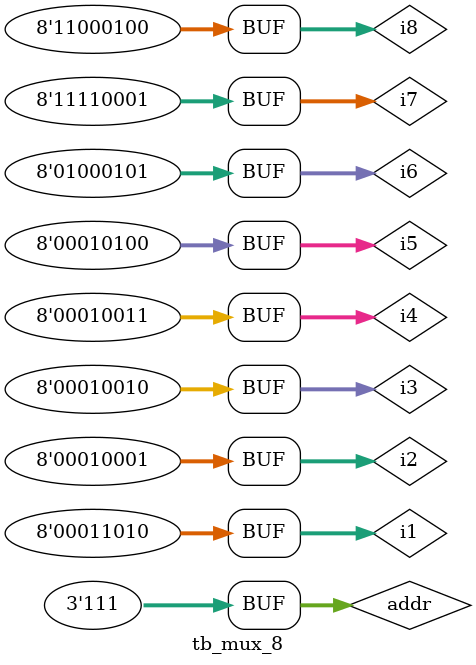
<source format=v>
`timescale 1ns / 1ps


module tb_mux_8();
wire [7:0] i1;
wire [7:0] i2;
wire [7:0] i3;
wire [7:0] i4;
wire [7:0] i5;
wire [7:0] i6;
wire [7:0] i7;
wire [7:0] i8;
reg [2:0] addr = 0;
wire [7:0] o1;
initial 
begin 
    #2; addr=3'b001;
    #2; addr=3'b010;
    #2; addr=3'b011;
    #2; addr=3'b100;
    #2; addr=3'b101;
    #2; addr=3'b110;
    #2; addr=3'b111;
end
assign i1 = 8'h1a;
assign i2 = 8'h11;
assign i3 = 8'h12;
assign i4 = 8'h13;
assign i5 = 8'h14;
assign i6 = 8'h45;
assign i7 = 8'hf1;
assign i8 = 8'hc4;
mux_8 tb_mux
(
    .x({i1,i2,i3,i4,i5,i6,i7,i8}),
    .a(addr),
    .y(o1)
);

endmodule

</source>
